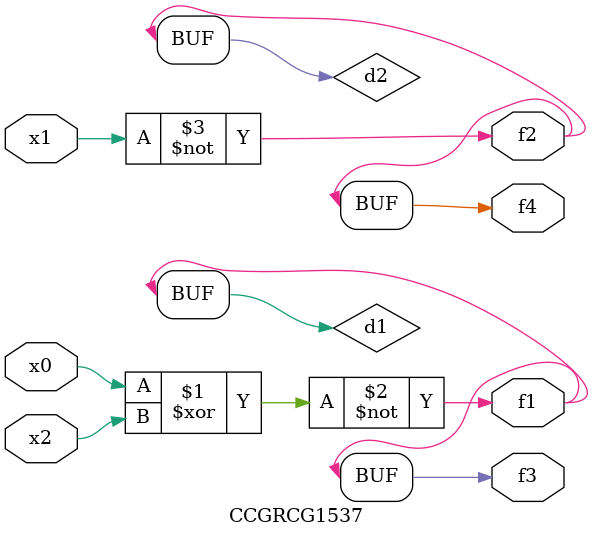
<source format=v>
module CCGRCG1537(
	input x0, x1, x2,
	output f1, f2, f3, f4
);

	wire d1, d2, d3;

	xnor (d1, x0, x2);
	nand (d2, x1);
	nor (d3, x1, x2);
	assign f1 = d1;
	assign f2 = d2;
	assign f3 = d1;
	assign f4 = d2;
endmodule

</source>
